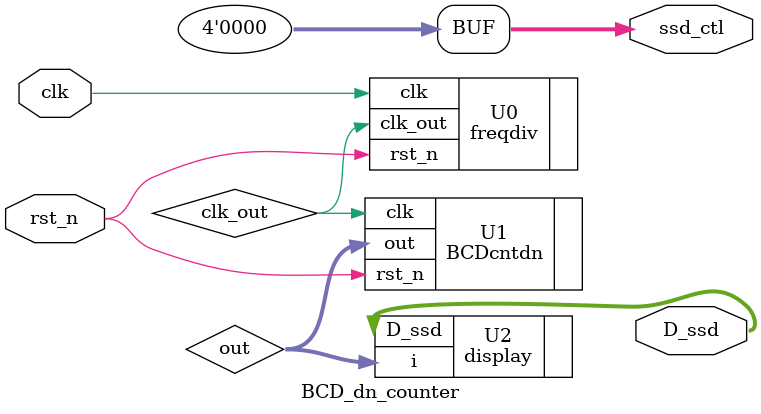
<source format=v>
module BCD_dn_counter(
    input clk,
    input rst_n,
    output [7:0]D_ssd,
    output reg [3:0]ssd_ctl
    );
    wire clk_out;
    wire [3:0]out;
    always@*
    ssd_ctl = 4'b0000;
freqdiv U0(.clk(clk),.rst_n(rst_n),.clk_out(clk_out));
BCDcntdn U1(.clk(clk_out),.rst_n(rst_n),.out(out));
display U2(.i(out),.D_ssd(D_ssd));
endmodule
</source>
